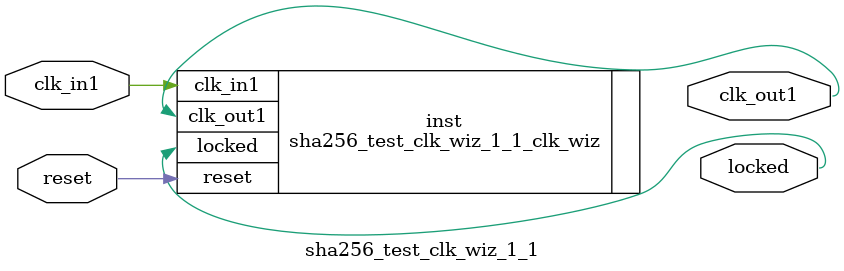
<source format=v>


`timescale 1ps/1ps

(* CORE_GENERATION_INFO = "sha256_test_clk_wiz_1_1,clk_wiz_v6_0_13_0_0,{component_name=sha256_test_clk_wiz_1_1,use_phase_alignment=true,use_min_o_jitter=false,use_max_i_jitter=false,use_dyn_phase_shift=false,use_inclk_switchover=false,use_dyn_reconfig=false,enable_axi=0,feedback_source=FDBK_AUTO,PRIMITIVE=MMCM,num_out_clk=1,clkin1_period=10.000,clkin2_period=10.000,use_power_down=false,use_reset=true,use_locked=true,use_inclk_stopped=false,feedback_type=SINGLE,CLOCK_MGR_TYPE=NA,manual_override=false}" *)

module sha256_test_clk_wiz_1_1 
 (
  // Clock out ports
  output        clk_out1,
  // Status and control signals
  input         reset,
  output        locked,
 // Clock in ports
  input         clk_in1
 );

  sha256_test_clk_wiz_1_1_clk_wiz inst
  (
  // Clock out ports  
  .clk_out1(clk_out1),
  // Status and control signals               
  .reset(reset), 
  .locked(locked),
 // Clock in ports
  .clk_in1(clk_in1)
  );

endmodule

</source>
